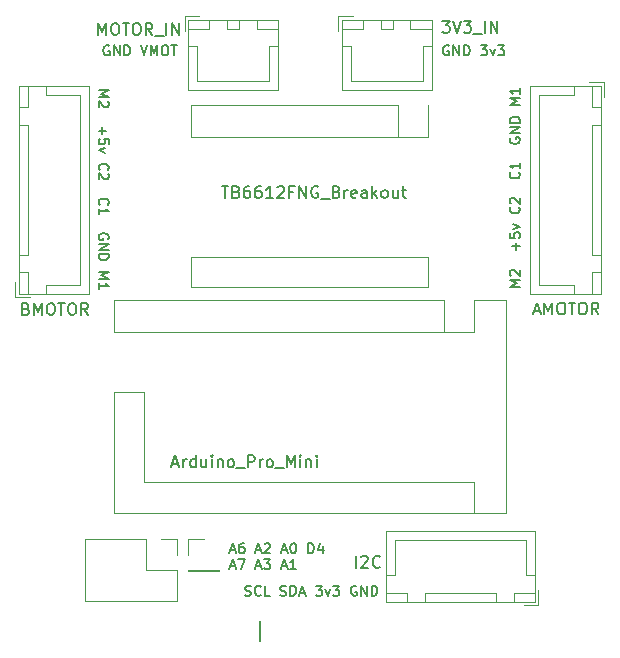
<source format=gbr>
%TF.GenerationSoftware,KiCad,Pcbnew,7.0.3*%
%TF.CreationDate,2023-08-28T19:15:28+05:00*%
%TF.ProjectId,MotorDriver3,4d6f746f-7244-4726-9976-6572332e6b69,rev?*%
%TF.SameCoordinates,Original*%
%TF.FileFunction,Legend,Top*%
%TF.FilePolarity,Positive*%
%FSLAX46Y46*%
G04 Gerber Fmt 4.6, Leading zero omitted, Abs format (unit mm)*
G04 Created by KiCad (PCBNEW 7.0.3) date 2023-08-28 19:15:28*
%MOMM*%
%LPD*%
G01*
G04 APERTURE LIST*
%ADD10C,0.150000*%
%ADD11C,0.120000*%
%ADD12C,0.100000*%
G04 APERTURE END LIST*
D10*
X127038177Y-87698935D02*
X126188177Y-87698935D01*
X126188177Y-87698935D02*
X126795320Y-87415601D01*
X126795320Y-87415601D02*
X126188177Y-87132268D01*
X126188177Y-87132268D02*
X127038177Y-87132268D01*
X126269129Y-86767982D02*
X126228653Y-86727506D01*
X126228653Y-86727506D02*
X126188177Y-86646553D01*
X126188177Y-86646553D02*
X126188177Y-86444172D01*
X126188177Y-86444172D02*
X126228653Y-86363220D01*
X126228653Y-86363220D02*
X126269129Y-86322744D01*
X126269129Y-86322744D02*
X126350081Y-86282267D01*
X126350081Y-86282267D02*
X126431034Y-86282267D01*
X126431034Y-86282267D02*
X126552462Y-86322744D01*
X126552462Y-86322744D02*
X127038177Y-86808458D01*
X127038177Y-86808458D02*
X127038177Y-86282267D01*
X126714367Y-84622744D02*
X126714367Y-83975125D01*
X127038177Y-84298934D02*
X126390558Y-84298934D01*
X126188177Y-83165601D02*
X126188177Y-83570363D01*
X126188177Y-83570363D02*
X126592939Y-83610839D01*
X126592939Y-83610839D02*
X126552462Y-83570363D01*
X126552462Y-83570363D02*
X126511986Y-83489410D01*
X126511986Y-83489410D02*
X126511986Y-83287029D01*
X126511986Y-83287029D02*
X126552462Y-83206077D01*
X126552462Y-83206077D02*
X126592939Y-83165601D01*
X126592939Y-83165601D02*
X126673891Y-83125124D01*
X126673891Y-83125124D02*
X126876272Y-83125124D01*
X126876272Y-83125124D02*
X126957224Y-83165601D01*
X126957224Y-83165601D02*
X126997701Y-83206077D01*
X126997701Y-83206077D02*
X127038177Y-83287029D01*
X127038177Y-83287029D02*
X127038177Y-83489410D01*
X127038177Y-83489410D02*
X126997701Y-83570363D01*
X126997701Y-83570363D02*
X126957224Y-83610839D01*
X126471510Y-82841791D02*
X127038177Y-82639410D01*
X127038177Y-82639410D02*
X126471510Y-82437029D01*
X126957224Y-80979886D02*
X126997701Y-81020362D01*
X126997701Y-81020362D02*
X127038177Y-81141791D01*
X127038177Y-81141791D02*
X127038177Y-81222743D01*
X127038177Y-81222743D02*
X126997701Y-81344172D01*
X126997701Y-81344172D02*
X126916748Y-81425124D01*
X126916748Y-81425124D02*
X126835796Y-81465601D01*
X126835796Y-81465601D02*
X126673891Y-81506077D01*
X126673891Y-81506077D02*
X126552462Y-81506077D01*
X126552462Y-81506077D02*
X126390558Y-81465601D01*
X126390558Y-81465601D02*
X126309605Y-81425124D01*
X126309605Y-81425124D02*
X126228653Y-81344172D01*
X126228653Y-81344172D02*
X126188177Y-81222743D01*
X126188177Y-81222743D02*
X126188177Y-81141791D01*
X126188177Y-81141791D02*
X126228653Y-81020362D01*
X126228653Y-81020362D02*
X126269129Y-80979886D01*
X126269129Y-80656077D02*
X126228653Y-80615601D01*
X126228653Y-80615601D02*
X126188177Y-80534648D01*
X126188177Y-80534648D02*
X126188177Y-80332267D01*
X126188177Y-80332267D02*
X126228653Y-80251315D01*
X126228653Y-80251315D02*
X126269129Y-80210839D01*
X126269129Y-80210839D02*
X126350081Y-80170362D01*
X126350081Y-80170362D02*
X126431034Y-80170362D01*
X126431034Y-80170362D02*
X126552462Y-80210839D01*
X126552462Y-80210839D02*
X127038177Y-80696553D01*
X127038177Y-80696553D02*
X127038177Y-80170362D01*
X126957224Y-78025124D02*
X126997701Y-78065600D01*
X126997701Y-78065600D02*
X127038177Y-78187029D01*
X127038177Y-78187029D02*
X127038177Y-78267981D01*
X127038177Y-78267981D02*
X126997701Y-78389410D01*
X126997701Y-78389410D02*
X126916748Y-78470362D01*
X126916748Y-78470362D02*
X126835796Y-78510839D01*
X126835796Y-78510839D02*
X126673891Y-78551315D01*
X126673891Y-78551315D02*
X126552462Y-78551315D01*
X126552462Y-78551315D02*
X126390558Y-78510839D01*
X126390558Y-78510839D02*
X126309605Y-78470362D01*
X126309605Y-78470362D02*
X126228653Y-78389410D01*
X126228653Y-78389410D02*
X126188177Y-78267981D01*
X126188177Y-78267981D02*
X126188177Y-78187029D01*
X126188177Y-78187029D02*
X126228653Y-78065600D01*
X126228653Y-78065600D02*
X126269129Y-78025124D01*
X127038177Y-77215600D02*
X127038177Y-77701315D01*
X127038177Y-77458458D02*
X126188177Y-77458458D01*
X126188177Y-77458458D02*
X126309605Y-77539410D01*
X126309605Y-77539410D02*
X126390558Y-77620362D01*
X126390558Y-77620362D02*
X126431034Y-77701315D01*
X126228653Y-75110838D02*
X126188177Y-75191791D01*
X126188177Y-75191791D02*
X126188177Y-75313219D01*
X126188177Y-75313219D02*
X126228653Y-75434648D01*
X126228653Y-75434648D02*
X126309605Y-75515600D01*
X126309605Y-75515600D02*
X126390558Y-75556077D01*
X126390558Y-75556077D02*
X126552462Y-75596553D01*
X126552462Y-75596553D02*
X126673891Y-75596553D01*
X126673891Y-75596553D02*
X126835796Y-75556077D01*
X126835796Y-75556077D02*
X126916748Y-75515600D01*
X126916748Y-75515600D02*
X126997701Y-75434648D01*
X126997701Y-75434648D02*
X127038177Y-75313219D01*
X127038177Y-75313219D02*
X127038177Y-75232267D01*
X127038177Y-75232267D02*
X126997701Y-75110838D01*
X126997701Y-75110838D02*
X126957224Y-75070362D01*
X126957224Y-75070362D02*
X126673891Y-75070362D01*
X126673891Y-75070362D02*
X126673891Y-75232267D01*
X127038177Y-74706077D02*
X126188177Y-74706077D01*
X126188177Y-74706077D02*
X127038177Y-74220362D01*
X127038177Y-74220362D02*
X126188177Y-74220362D01*
X127038177Y-73815601D02*
X126188177Y-73815601D01*
X126188177Y-73815601D02*
X126188177Y-73613220D01*
X126188177Y-73613220D02*
X126228653Y-73491791D01*
X126228653Y-73491791D02*
X126309605Y-73410839D01*
X126309605Y-73410839D02*
X126390558Y-73370362D01*
X126390558Y-73370362D02*
X126552462Y-73329886D01*
X126552462Y-73329886D02*
X126673891Y-73329886D01*
X126673891Y-73329886D02*
X126835796Y-73370362D01*
X126835796Y-73370362D02*
X126916748Y-73410839D01*
X126916748Y-73410839D02*
X126997701Y-73491791D01*
X126997701Y-73491791D02*
X127038177Y-73613220D01*
X127038177Y-73613220D02*
X127038177Y-73815601D01*
X127038177Y-72317982D02*
X126188177Y-72317982D01*
X126188177Y-72317982D02*
X126795320Y-72034648D01*
X126795320Y-72034648D02*
X126188177Y-71751315D01*
X126188177Y-71751315D02*
X127038177Y-71751315D01*
X127038177Y-70901314D02*
X127038177Y-71387029D01*
X127038177Y-71144172D02*
X126188177Y-71144172D01*
X126188177Y-71144172D02*
X126309605Y-71225124D01*
X126309605Y-71225124D02*
X126390558Y-71306076D01*
X126390558Y-71306076D02*
X126431034Y-71387029D01*
X105000000Y-116050000D02*
X105000000Y-117750000D01*
X120996303Y-67328653D02*
X120915350Y-67288177D01*
X120915350Y-67288177D02*
X120793922Y-67288177D01*
X120793922Y-67288177D02*
X120672493Y-67328653D01*
X120672493Y-67328653D02*
X120591541Y-67409605D01*
X120591541Y-67409605D02*
X120551064Y-67490558D01*
X120551064Y-67490558D02*
X120510588Y-67652462D01*
X120510588Y-67652462D02*
X120510588Y-67773891D01*
X120510588Y-67773891D02*
X120551064Y-67935796D01*
X120551064Y-67935796D02*
X120591541Y-68016748D01*
X120591541Y-68016748D02*
X120672493Y-68097701D01*
X120672493Y-68097701D02*
X120793922Y-68138177D01*
X120793922Y-68138177D02*
X120874874Y-68138177D01*
X120874874Y-68138177D02*
X120996303Y-68097701D01*
X120996303Y-68097701D02*
X121036779Y-68057224D01*
X121036779Y-68057224D02*
X121036779Y-67773891D01*
X121036779Y-67773891D02*
X120874874Y-67773891D01*
X121401064Y-68138177D02*
X121401064Y-67288177D01*
X121401064Y-67288177D02*
X121886779Y-68138177D01*
X121886779Y-68138177D02*
X121886779Y-67288177D01*
X122291540Y-68138177D02*
X122291540Y-67288177D01*
X122291540Y-67288177D02*
X122493921Y-67288177D01*
X122493921Y-67288177D02*
X122615350Y-67328653D01*
X122615350Y-67328653D02*
X122696302Y-67409605D01*
X122696302Y-67409605D02*
X122736779Y-67490558D01*
X122736779Y-67490558D02*
X122777255Y-67652462D01*
X122777255Y-67652462D02*
X122777255Y-67773891D01*
X122777255Y-67773891D02*
X122736779Y-67935796D01*
X122736779Y-67935796D02*
X122696302Y-68016748D01*
X122696302Y-68016748D02*
X122615350Y-68097701D01*
X122615350Y-68097701D02*
X122493921Y-68138177D01*
X122493921Y-68138177D02*
X122291540Y-68138177D01*
X123708207Y-67288177D02*
X124234398Y-67288177D01*
X124234398Y-67288177D02*
X123951064Y-67611986D01*
X123951064Y-67611986D02*
X124072493Y-67611986D01*
X124072493Y-67611986D02*
X124153445Y-67652462D01*
X124153445Y-67652462D02*
X124193921Y-67692939D01*
X124193921Y-67692939D02*
X124234398Y-67773891D01*
X124234398Y-67773891D02*
X124234398Y-67976272D01*
X124234398Y-67976272D02*
X124193921Y-68057224D01*
X124193921Y-68057224D02*
X124153445Y-68097701D01*
X124153445Y-68097701D02*
X124072493Y-68138177D01*
X124072493Y-68138177D02*
X123829636Y-68138177D01*
X123829636Y-68138177D02*
X123748683Y-68097701D01*
X123748683Y-68097701D02*
X123708207Y-68057224D01*
X124517731Y-67571510D02*
X124720112Y-68138177D01*
X124720112Y-68138177D02*
X124922493Y-67571510D01*
X125165350Y-67288177D02*
X125691541Y-67288177D01*
X125691541Y-67288177D02*
X125408207Y-67611986D01*
X125408207Y-67611986D02*
X125529636Y-67611986D01*
X125529636Y-67611986D02*
X125610588Y-67652462D01*
X125610588Y-67652462D02*
X125651064Y-67692939D01*
X125651064Y-67692939D02*
X125691541Y-67773891D01*
X125691541Y-67773891D02*
X125691541Y-67976272D01*
X125691541Y-67976272D02*
X125651064Y-68057224D01*
X125651064Y-68057224D02*
X125610588Y-68097701D01*
X125610588Y-68097701D02*
X125529636Y-68138177D01*
X125529636Y-68138177D02*
X125286779Y-68138177D01*
X125286779Y-68138177D02*
X125205826Y-68097701D01*
X125205826Y-68097701D02*
X125165350Y-68057224D01*
X102510588Y-110026820D02*
X102915350Y-110026820D01*
X102429636Y-110269677D02*
X102712969Y-109419677D01*
X102712969Y-109419677D02*
X102996303Y-110269677D01*
X103643921Y-109419677D02*
X103482016Y-109419677D01*
X103482016Y-109419677D02*
X103401064Y-109460153D01*
X103401064Y-109460153D02*
X103360588Y-109500629D01*
X103360588Y-109500629D02*
X103279635Y-109622058D01*
X103279635Y-109622058D02*
X103239159Y-109783962D01*
X103239159Y-109783962D02*
X103239159Y-110107772D01*
X103239159Y-110107772D02*
X103279635Y-110188724D01*
X103279635Y-110188724D02*
X103320112Y-110229201D01*
X103320112Y-110229201D02*
X103401064Y-110269677D01*
X103401064Y-110269677D02*
X103562969Y-110269677D01*
X103562969Y-110269677D02*
X103643921Y-110229201D01*
X103643921Y-110229201D02*
X103684397Y-110188724D01*
X103684397Y-110188724D02*
X103724874Y-110107772D01*
X103724874Y-110107772D02*
X103724874Y-109905391D01*
X103724874Y-109905391D02*
X103684397Y-109824439D01*
X103684397Y-109824439D02*
X103643921Y-109783962D01*
X103643921Y-109783962D02*
X103562969Y-109743486D01*
X103562969Y-109743486D02*
X103401064Y-109743486D01*
X103401064Y-109743486D02*
X103320112Y-109783962D01*
X103320112Y-109783962D02*
X103279635Y-109824439D01*
X103279635Y-109824439D02*
X103239159Y-109905391D01*
X104696302Y-110026820D02*
X105101064Y-110026820D01*
X104615350Y-110269677D02*
X104898683Y-109419677D01*
X104898683Y-109419677D02*
X105182017Y-110269677D01*
X105424873Y-109500629D02*
X105465349Y-109460153D01*
X105465349Y-109460153D02*
X105546302Y-109419677D01*
X105546302Y-109419677D02*
X105748683Y-109419677D01*
X105748683Y-109419677D02*
X105829635Y-109460153D01*
X105829635Y-109460153D02*
X105870111Y-109500629D01*
X105870111Y-109500629D02*
X105910588Y-109581581D01*
X105910588Y-109581581D02*
X105910588Y-109662534D01*
X105910588Y-109662534D02*
X105870111Y-109783962D01*
X105870111Y-109783962D02*
X105384397Y-110269677D01*
X105384397Y-110269677D02*
X105910588Y-110269677D01*
X106882016Y-110026820D02*
X107286778Y-110026820D01*
X106801064Y-110269677D02*
X107084397Y-109419677D01*
X107084397Y-109419677D02*
X107367731Y-110269677D01*
X107812968Y-109419677D02*
X107893921Y-109419677D01*
X107893921Y-109419677D02*
X107974873Y-109460153D01*
X107974873Y-109460153D02*
X108015349Y-109500629D01*
X108015349Y-109500629D02*
X108055825Y-109581581D01*
X108055825Y-109581581D02*
X108096302Y-109743486D01*
X108096302Y-109743486D02*
X108096302Y-109945867D01*
X108096302Y-109945867D02*
X108055825Y-110107772D01*
X108055825Y-110107772D02*
X108015349Y-110188724D01*
X108015349Y-110188724D02*
X107974873Y-110229201D01*
X107974873Y-110229201D02*
X107893921Y-110269677D01*
X107893921Y-110269677D02*
X107812968Y-110269677D01*
X107812968Y-110269677D02*
X107732016Y-110229201D01*
X107732016Y-110229201D02*
X107691540Y-110188724D01*
X107691540Y-110188724D02*
X107651063Y-110107772D01*
X107651063Y-110107772D02*
X107610587Y-109945867D01*
X107610587Y-109945867D02*
X107610587Y-109743486D01*
X107610587Y-109743486D02*
X107651063Y-109581581D01*
X107651063Y-109581581D02*
X107691540Y-109500629D01*
X107691540Y-109500629D02*
X107732016Y-109460153D01*
X107732016Y-109460153D02*
X107812968Y-109419677D01*
X109108206Y-110269677D02*
X109108206Y-109419677D01*
X109108206Y-109419677D02*
X109310587Y-109419677D01*
X109310587Y-109419677D02*
X109432016Y-109460153D01*
X109432016Y-109460153D02*
X109512968Y-109541105D01*
X109512968Y-109541105D02*
X109553445Y-109622058D01*
X109553445Y-109622058D02*
X109593921Y-109783962D01*
X109593921Y-109783962D02*
X109593921Y-109905391D01*
X109593921Y-109905391D02*
X109553445Y-110067296D01*
X109553445Y-110067296D02*
X109512968Y-110148248D01*
X109512968Y-110148248D02*
X109432016Y-110229201D01*
X109432016Y-110229201D02*
X109310587Y-110269677D01*
X109310587Y-110269677D02*
X109108206Y-110269677D01*
X110322492Y-109703010D02*
X110322492Y-110269677D01*
X110120111Y-109379201D02*
X109917730Y-109986343D01*
X109917730Y-109986343D02*
X110443921Y-109986343D01*
X102510588Y-111395320D02*
X102915350Y-111395320D01*
X102429636Y-111638177D02*
X102712969Y-110788177D01*
X102712969Y-110788177D02*
X102996303Y-111638177D01*
X103198683Y-110788177D02*
X103765350Y-110788177D01*
X103765350Y-110788177D02*
X103401064Y-111638177D01*
X104696302Y-111395320D02*
X105101064Y-111395320D01*
X104615350Y-111638177D02*
X104898683Y-110788177D01*
X104898683Y-110788177D02*
X105182017Y-111638177D01*
X105384397Y-110788177D02*
X105910588Y-110788177D01*
X105910588Y-110788177D02*
X105627254Y-111111986D01*
X105627254Y-111111986D02*
X105748683Y-111111986D01*
X105748683Y-111111986D02*
X105829635Y-111152462D01*
X105829635Y-111152462D02*
X105870111Y-111192939D01*
X105870111Y-111192939D02*
X105910588Y-111273891D01*
X105910588Y-111273891D02*
X105910588Y-111476272D01*
X105910588Y-111476272D02*
X105870111Y-111557224D01*
X105870111Y-111557224D02*
X105829635Y-111597701D01*
X105829635Y-111597701D02*
X105748683Y-111638177D01*
X105748683Y-111638177D02*
X105505826Y-111638177D01*
X105505826Y-111638177D02*
X105424873Y-111597701D01*
X105424873Y-111597701D02*
X105384397Y-111557224D01*
X106882016Y-111395320D02*
X107286778Y-111395320D01*
X106801064Y-111638177D02*
X107084397Y-110788177D01*
X107084397Y-110788177D02*
X107367731Y-111638177D01*
X108096302Y-111638177D02*
X107610587Y-111638177D01*
X107853444Y-111638177D02*
X107853444Y-110788177D01*
X107853444Y-110788177D02*
X107772492Y-110909605D01*
X107772492Y-110909605D02*
X107691540Y-110990558D01*
X107691540Y-110990558D02*
X107610587Y-111031034D01*
X92246303Y-67328653D02*
X92165350Y-67288177D01*
X92165350Y-67288177D02*
X92043922Y-67288177D01*
X92043922Y-67288177D02*
X91922493Y-67328653D01*
X91922493Y-67328653D02*
X91841541Y-67409605D01*
X91841541Y-67409605D02*
X91801064Y-67490558D01*
X91801064Y-67490558D02*
X91760588Y-67652462D01*
X91760588Y-67652462D02*
X91760588Y-67773891D01*
X91760588Y-67773891D02*
X91801064Y-67935796D01*
X91801064Y-67935796D02*
X91841541Y-68016748D01*
X91841541Y-68016748D02*
X91922493Y-68097701D01*
X91922493Y-68097701D02*
X92043922Y-68138177D01*
X92043922Y-68138177D02*
X92124874Y-68138177D01*
X92124874Y-68138177D02*
X92246303Y-68097701D01*
X92246303Y-68097701D02*
X92286779Y-68057224D01*
X92286779Y-68057224D02*
X92286779Y-67773891D01*
X92286779Y-67773891D02*
X92124874Y-67773891D01*
X92651064Y-68138177D02*
X92651064Y-67288177D01*
X92651064Y-67288177D02*
X93136779Y-68138177D01*
X93136779Y-68138177D02*
X93136779Y-67288177D01*
X93541540Y-68138177D02*
X93541540Y-67288177D01*
X93541540Y-67288177D02*
X93743921Y-67288177D01*
X93743921Y-67288177D02*
X93865350Y-67328653D01*
X93865350Y-67328653D02*
X93946302Y-67409605D01*
X93946302Y-67409605D02*
X93986779Y-67490558D01*
X93986779Y-67490558D02*
X94027255Y-67652462D01*
X94027255Y-67652462D02*
X94027255Y-67773891D01*
X94027255Y-67773891D02*
X93986779Y-67935796D01*
X93986779Y-67935796D02*
X93946302Y-68016748D01*
X93946302Y-68016748D02*
X93865350Y-68097701D01*
X93865350Y-68097701D02*
X93743921Y-68138177D01*
X93743921Y-68138177D02*
X93541540Y-68138177D01*
X94917731Y-67288177D02*
X95201064Y-68138177D01*
X95201064Y-68138177D02*
X95484398Y-67288177D01*
X95767730Y-68138177D02*
X95767730Y-67288177D01*
X95767730Y-67288177D02*
X96051064Y-67895320D01*
X96051064Y-67895320D02*
X96334397Y-67288177D01*
X96334397Y-67288177D02*
X96334397Y-68138177D01*
X96901064Y-67288177D02*
X97062969Y-67288177D01*
X97062969Y-67288177D02*
X97143921Y-67328653D01*
X97143921Y-67328653D02*
X97224874Y-67409605D01*
X97224874Y-67409605D02*
X97265350Y-67571510D01*
X97265350Y-67571510D02*
X97265350Y-67854843D01*
X97265350Y-67854843D02*
X97224874Y-68016748D01*
X97224874Y-68016748D02*
X97143921Y-68097701D01*
X97143921Y-68097701D02*
X97062969Y-68138177D01*
X97062969Y-68138177D02*
X96901064Y-68138177D01*
X96901064Y-68138177D02*
X96820112Y-68097701D01*
X96820112Y-68097701D02*
X96739159Y-68016748D01*
X96739159Y-68016748D02*
X96698683Y-67854843D01*
X96698683Y-67854843D02*
X96698683Y-67571510D01*
X96698683Y-67571510D02*
X96739159Y-67409605D01*
X96739159Y-67409605D02*
X96820112Y-67328653D01*
X96820112Y-67328653D02*
X96901064Y-67288177D01*
X97508207Y-67288177D02*
X97993921Y-67288177D01*
X97751064Y-68138177D02*
X97751064Y-67288177D01*
X103760588Y-113847701D02*
X103882017Y-113888177D01*
X103882017Y-113888177D02*
X104084398Y-113888177D01*
X104084398Y-113888177D02*
X104165350Y-113847701D01*
X104165350Y-113847701D02*
X104205826Y-113807224D01*
X104205826Y-113807224D02*
X104246303Y-113726272D01*
X104246303Y-113726272D02*
X104246303Y-113645320D01*
X104246303Y-113645320D02*
X104205826Y-113564367D01*
X104205826Y-113564367D02*
X104165350Y-113523891D01*
X104165350Y-113523891D02*
X104084398Y-113483415D01*
X104084398Y-113483415D02*
X103922493Y-113442939D01*
X103922493Y-113442939D02*
X103841541Y-113402462D01*
X103841541Y-113402462D02*
X103801064Y-113361986D01*
X103801064Y-113361986D02*
X103760588Y-113281034D01*
X103760588Y-113281034D02*
X103760588Y-113200081D01*
X103760588Y-113200081D02*
X103801064Y-113119129D01*
X103801064Y-113119129D02*
X103841541Y-113078653D01*
X103841541Y-113078653D02*
X103922493Y-113038177D01*
X103922493Y-113038177D02*
X104124874Y-113038177D01*
X104124874Y-113038177D02*
X104246303Y-113078653D01*
X105096303Y-113807224D02*
X105055827Y-113847701D01*
X105055827Y-113847701D02*
X104934398Y-113888177D01*
X104934398Y-113888177D02*
X104853446Y-113888177D01*
X104853446Y-113888177D02*
X104732017Y-113847701D01*
X104732017Y-113847701D02*
X104651065Y-113766748D01*
X104651065Y-113766748D02*
X104610588Y-113685796D01*
X104610588Y-113685796D02*
X104570112Y-113523891D01*
X104570112Y-113523891D02*
X104570112Y-113402462D01*
X104570112Y-113402462D02*
X104610588Y-113240558D01*
X104610588Y-113240558D02*
X104651065Y-113159605D01*
X104651065Y-113159605D02*
X104732017Y-113078653D01*
X104732017Y-113078653D02*
X104853446Y-113038177D01*
X104853446Y-113038177D02*
X104934398Y-113038177D01*
X104934398Y-113038177D02*
X105055827Y-113078653D01*
X105055827Y-113078653D02*
X105096303Y-113119129D01*
X105865350Y-113888177D02*
X105460588Y-113888177D01*
X105460588Y-113888177D02*
X105460588Y-113038177D01*
X106755826Y-113847701D02*
X106877255Y-113888177D01*
X106877255Y-113888177D02*
X107079636Y-113888177D01*
X107079636Y-113888177D02*
X107160588Y-113847701D01*
X107160588Y-113847701D02*
X107201064Y-113807224D01*
X107201064Y-113807224D02*
X107241541Y-113726272D01*
X107241541Y-113726272D02*
X107241541Y-113645320D01*
X107241541Y-113645320D02*
X107201064Y-113564367D01*
X107201064Y-113564367D02*
X107160588Y-113523891D01*
X107160588Y-113523891D02*
X107079636Y-113483415D01*
X107079636Y-113483415D02*
X106917731Y-113442939D01*
X106917731Y-113442939D02*
X106836779Y-113402462D01*
X106836779Y-113402462D02*
X106796302Y-113361986D01*
X106796302Y-113361986D02*
X106755826Y-113281034D01*
X106755826Y-113281034D02*
X106755826Y-113200081D01*
X106755826Y-113200081D02*
X106796302Y-113119129D01*
X106796302Y-113119129D02*
X106836779Y-113078653D01*
X106836779Y-113078653D02*
X106917731Y-113038177D01*
X106917731Y-113038177D02*
X107120112Y-113038177D01*
X107120112Y-113038177D02*
X107241541Y-113078653D01*
X107605826Y-113888177D02*
X107605826Y-113038177D01*
X107605826Y-113038177D02*
X107808207Y-113038177D01*
X107808207Y-113038177D02*
X107929636Y-113078653D01*
X107929636Y-113078653D02*
X108010588Y-113159605D01*
X108010588Y-113159605D02*
X108051065Y-113240558D01*
X108051065Y-113240558D02*
X108091541Y-113402462D01*
X108091541Y-113402462D02*
X108091541Y-113523891D01*
X108091541Y-113523891D02*
X108051065Y-113685796D01*
X108051065Y-113685796D02*
X108010588Y-113766748D01*
X108010588Y-113766748D02*
X107929636Y-113847701D01*
X107929636Y-113847701D02*
X107808207Y-113888177D01*
X107808207Y-113888177D02*
X107605826Y-113888177D01*
X108415350Y-113645320D02*
X108820112Y-113645320D01*
X108334398Y-113888177D02*
X108617731Y-113038177D01*
X108617731Y-113038177D02*
X108901065Y-113888177D01*
X109751064Y-113038177D02*
X110277255Y-113038177D01*
X110277255Y-113038177D02*
X109993921Y-113361986D01*
X109993921Y-113361986D02*
X110115350Y-113361986D01*
X110115350Y-113361986D02*
X110196302Y-113402462D01*
X110196302Y-113402462D02*
X110236778Y-113442939D01*
X110236778Y-113442939D02*
X110277255Y-113523891D01*
X110277255Y-113523891D02*
X110277255Y-113726272D01*
X110277255Y-113726272D02*
X110236778Y-113807224D01*
X110236778Y-113807224D02*
X110196302Y-113847701D01*
X110196302Y-113847701D02*
X110115350Y-113888177D01*
X110115350Y-113888177D02*
X109872493Y-113888177D01*
X109872493Y-113888177D02*
X109791540Y-113847701D01*
X109791540Y-113847701D02*
X109751064Y-113807224D01*
X110560588Y-113321510D02*
X110762969Y-113888177D01*
X110762969Y-113888177D02*
X110965350Y-113321510D01*
X111208207Y-113038177D02*
X111734398Y-113038177D01*
X111734398Y-113038177D02*
X111451064Y-113361986D01*
X111451064Y-113361986D02*
X111572493Y-113361986D01*
X111572493Y-113361986D02*
X111653445Y-113402462D01*
X111653445Y-113402462D02*
X111693921Y-113442939D01*
X111693921Y-113442939D02*
X111734398Y-113523891D01*
X111734398Y-113523891D02*
X111734398Y-113726272D01*
X111734398Y-113726272D02*
X111693921Y-113807224D01*
X111693921Y-113807224D02*
X111653445Y-113847701D01*
X111653445Y-113847701D02*
X111572493Y-113888177D01*
X111572493Y-113888177D02*
X111329636Y-113888177D01*
X111329636Y-113888177D02*
X111248683Y-113847701D01*
X111248683Y-113847701D02*
X111208207Y-113807224D01*
X113191541Y-113078653D02*
X113110588Y-113038177D01*
X113110588Y-113038177D02*
X112989160Y-113038177D01*
X112989160Y-113038177D02*
X112867731Y-113078653D01*
X112867731Y-113078653D02*
X112786779Y-113159605D01*
X112786779Y-113159605D02*
X112746302Y-113240558D01*
X112746302Y-113240558D02*
X112705826Y-113402462D01*
X112705826Y-113402462D02*
X112705826Y-113523891D01*
X112705826Y-113523891D02*
X112746302Y-113685796D01*
X112746302Y-113685796D02*
X112786779Y-113766748D01*
X112786779Y-113766748D02*
X112867731Y-113847701D01*
X112867731Y-113847701D02*
X112989160Y-113888177D01*
X112989160Y-113888177D02*
X113070112Y-113888177D01*
X113070112Y-113888177D02*
X113191541Y-113847701D01*
X113191541Y-113847701D02*
X113232017Y-113807224D01*
X113232017Y-113807224D02*
X113232017Y-113523891D01*
X113232017Y-113523891D02*
X113070112Y-113523891D01*
X113596302Y-113888177D02*
X113596302Y-113038177D01*
X113596302Y-113038177D02*
X114082017Y-113888177D01*
X114082017Y-113888177D02*
X114082017Y-113038177D01*
X114486778Y-113888177D02*
X114486778Y-113038177D01*
X114486778Y-113038177D02*
X114689159Y-113038177D01*
X114689159Y-113038177D02*
X114810588Y-113078653D01*
X114810588Y-113078653D02*
X114891540Y-113159605D01*
X114891540Y-113159605D02*
X114932017Y-113240558D01*
X114932017Y-113240558D02*
X114972493Y-113402462D01*
X114972493Y-113402462D02*
X114972493Y-113523891D01*
X114972493Y-113523891D02*
X114932017Y-113685796D01*
X114932017Y-113685796D02*
X114891540Y-113766748D01*
X114891540Y-113766748D02*
X114810588Y-113847701D01*
X114810588Y-113847701D02*
X114689159Y-113888177D01*
X114689159Y-113888177D02*
X114486778Y-113888177D01*
X91361822Y-71101064D02*
X92211822Y-71101064D01*
X92211822Y-71101064D02*
X91604679Y-71384398D01*
X91604679Y-71384398D02*
X92211822Y-71667731D01*
X92211822Y-71667731D02*
X91361822Y-71667731D01*
X92130870Y-72032017D02*
X92171346Y-72072493D01*
X92171346Y-72072493D02*
X92211822Y-72153446D01*
X92211822Y-72153446D02*
X92211822Y-72355827D01*
X92211822Y-72355827D02*
X92171346Y-72436779D01*
X92171346Y-72436779D02*
X92130870Y-72477255D01*
X92130870Y-72477255D02*
X92049918Y-72517732D01*
X92049918Y-72517732D02*
X91968965Y-72517732D01*
X91968965Y-72517732D02*
X91847537Y-72477255D01*
X91847537Y-72477255D02*
X91361822Y-71991541D01*
X91361822Y-71991541D02*
X91361822Y-72517732D01*
X91685632Y-74177255D02*
X91685632Y-74824875D01*
X91361822Y-74501065D02*
X92009441Y-74501065D01*
X92211822Y-75634398D02*
X92211822Y-75229636D01*
X92211822Y-75229636D02*
X91807060Y-75189160D01*
X91807060Y-75189160D02*
X91847537Y-75229636D01*
X91847537Y-75229636D02*
X91888013Y-75310589D01*
X91888013Y-75310589D02*
X91888013Y-75512970D01*
X91888013Y-75512970D02*
X91847537Y-75593922D01*
X91847537Y-75593922D02*
X91807060Y-75634398D01*
X91807060Y-75634398D02*
X91726108Y-75674875D01*
X91726108Y-75674875D02*
X91523727Y-75674875D01*
X91523727Y-75674875D02*
X91442775Y-75634398D01*
X91442775Y-75634398D02*
X91402299Y-75593922D01*
X91402299Y-75593922D02*
X91361822Y-75512970D01*
X91361822Y-75512970D02*
X91361822Y-75310589D01*
X91361822Y-75310589D02*
X91402299Y-75229636D01*
X91402299Y-75229636D02*
X91442775Y-75189160D01*
X91928489Y-75958208D02*
X91361822Y-76160589D01*
X91361822Y-76160589D02*
X91928489Y-76362970D01*
X91442775Y-77820113D02*
X91402299Y-77779637D01*
X91402299Y-77779637D02*
X91361822Y-77658208D01*
X91361822Y-77658208D02*
X91361822Y-77577256D01*
X91361822Y-77577256D02*
X91402299Y-77455827D01*
X91402299Y-77455827D02*
X91483251Y-77374875D01*
X91483251Y-77374875D02*
X91564203Y-77334398D01*
X91564203Y-77334398D02*
X91726108Y-77293922D01*
X91726108Y-77293922D02*
X91847537Y-77293922D01*
X91847537Y-77293922D02*
X92009441Y-77334398D01*
X92009441Y-77334398D02*
X92090394Y-77374875D01*
X92090394Y-77374875D02*
X92171346Y-77455827D01*
X92171346Y-77455827D02*
X92211822Y-77577256D01*
X92211822Y-77577256D02*
X92211822Y-77658208D01*
X92211822Y-77658208D02*
X92171346Y-77779637D01*
X92171346Y-77779637D02*
X92130870Y-77820113D01*
X92130870Y-78143922D02*
X92171346Y-78184398D01*
X92171346Y-78184398D02*
X92211822Y-78265351D01*
X92211822Y-78265351D02*
X92211822Y-78467732D01*
X92211822Y-78467732D02*
X92171346Y-78548684D01*
X92171346Y-78548684D02*
X92130870Y-78589160D01*
X92130870Y-78589160D02*
X92049918Y-78629637D01*
X92049918Y-78629637D02*
X91968965Y-78629637D01*
X91968965Y-78629637D02*
X91847537Y-78589160D01*
X91847537Y-78589160D02*
X91361822Y-78103446D01*
X91361822Y-78103446D02*
X91361822Y-78629637D01*
X91442775Y-80774875D02*
X91402299Y-80734399D01*
X91402299Y-80734399D02*
X91361822Y-80612970D01*
X91361822Y-80612970D02*
X91361822Y-80532018D01*
X91361822Y-80532018D02*
X91402299Y-80410589D01*
X91402299Y-80410589D02*
X91483251Y-80329637D01*
X91483251Y-80329637D02*
X91564203Y-80289160D01*
X91564203Y-80289160D02*
X91726108Y-80248684D01*
X91726108Y-80248684D02*
X91847537Y-80248684D01*
X91847537Y-80248684D02*
X92009441Y-80289160D01*
X92009441Y-80289160D02*
X92090394Y-80329637D01*
X92090394Y-80329637D02*
X92171346Y-80410589D01*
X92171346Y-80410589D02*
X92211822Y-80532018D01*
X92211822Y-80532018D02*
X92211822Y-80612970D01*
X92211822Y-80612970D02*
X92171346Y-80734399D01*
X92171346Y-80734399D02*
X92130870Y-80774875D01*
X91361822Y-81584399D02*
X91361822Y-81098684D01*
X91361822Y-81341541D02*
X92211822Y-81341541D01*
X92211822Y-81341541D02*
X92090394Y-81260589D01*
X92090394Y-81260589D02*
X92009441Y-81179637D01*
X92009441Y-81179637D02*
X91968965Y-81098684D01*
X92171346Y-83689161D02*
X92211822Y-83608208D01*
X92211822Y-83608208D02*
X92211822Y-83486780D01*
X92211822Y-83486780D02*
X92171346Y-83365351D01*
X92171346Y-83365351D02*
X92090394Y-83284399D01*
X92090394Y-83284399D02*
X92009441Y-83243922D01*
X92009441Y-83243922D02*
X91847537Y-83203446D01*
X91847537Y-83203446D02*
X91726108Y-83203446D01*
X91726108Y-83203446D02*
X91564203Y-83243922D01*
X91564203Y-83243922D02*
X91483251Y-83284399D01*
X91483251Y-83284399D02*
X91402299Y-83365351D01*
X91402299Y-83365351D02*
X91361822Y-83486780D01*
X91361822Y-83486780D02*
X91361822Y-83567732D01*
X91361822Y-83567732D02*
X91402299Y-83689161D01*
X91402299Y-83689161D02*
X91442775Y-83729637D01*
X91442775Y-83729637D02*
X91726108Y-83729637D01*
X91726108Y-83729637D02*
X91726108Y-83567732D01*
X91361822Y-84093922D02*
X92211822Y-84093922D01*
X92211822Y-84093922D02*
X91361822Y-84579637D01*
X91361822Y-84579637D02*
X92211822Y-84579637D01*
X91361822Y-84984398D02*
X92211822Y-84984398D01*
X92211822Y-84984398D02*
X92211822Y-85186779D01*
X92211822Y-85186779D02*
X92171346Y-85308208D01*
X92171346Y-85308208D02*
X92090394Y-85389160D01*
X92090394Y-85389160D02*
X92009441Y-85429637D01*
X92009441Y-85429637D02*
X91847537Y-85470113D01*
X91847537Y-85470113D02*
X91726108Y-85470113D01*
X91726108Y-85470113D02*
X91564203Y-85429637D01*
X91564203Y-85429637D02*
X91483251Y-85389160D01*
X91483251Y-85389160D02*
X91402299Y-85308208D01*
X91402299Y-85308208D02*
X91361822Y-85186779D01*
X91361822Y-85186779D02*
X91361822Y-84984398D01*
X91361822Y-86482017D02*
X92211822Y-86482017D01*
X92211822Y-86482017D02*
X91604679Y-86765351D01*
X91604679Y-86765351D02*
X92211822Y-87048684D01*
X92211822Y-87048684D02*
X91361822Y-87048684D01*
X91361822Y-87898685D02*
X91361822Y-87412970D01*
X91361822Y-87655827D02*
X92211822Y-87655827D01*
X92211822Y-87655827D02*
X92090394Y-87574875D01*
X92090394Y-87574875D02*
X92009441Y-87493923D01*
X92009441Y-87493923D02*
X91968965Y-87412970D01*
%TO.C,A2*%
X97629636Y-102719104D02*
X98105826Y-102719104D01*
X97534398Y-103004819D02*
X97867731Y-102004819D01*
X97867731Y-102004819D02*
X98201064Y-103004819D01*
X98534398Y-103004819D02*
X98534398Y-102338152D01*
X98534398Y-102528628D02*
X98582017Y-102433390D01*
X98582017Y-102433390D02*
X98629636Y-102385771D01*
X98629636Y-102385771D02*
X98724874Y-102338152D01*
X98724874Y-102338152D02*
X98820112Y-102338152D01*
X99582017Y-103004819D02*
X99582017Y-102004819D01*
X99582017Y-102957200D02*
X99486779Y-103004819D01*
X99486779Y-103004819D02*
X99296303Y-103004819D01*
X99296303Y-103004819D02*
X99201065Y-102957200D01*
X99201065Y-102957200D02*
X99153446Y-102909580D01*
X99153446Y-102909580D02*
X99105827Y-102814342D01*
X99105827Y-102814342D02*
X99105827Y-102528628D01*
X99105827Y-102528628D02*
X99153446Y-102433390D01*
X99153446Y-102433390D02*
X99201065Y-102385771D01*
X99201065Y-102385771D02*
X99296303Y-102338152D01*
X99296303Y-102338152D02*
X99486779Y-102338152D01*
X99486779Y-102338152D02*
X99582017Y-102385771D01*
X100486779Y-102338152D02*
X100486779Y-103004819D01*
X100058208Y-102338152D02*
X100058208Y-102861961D01*
X100058208Y-102861961D02*
X100105827Y-102957200D01*
X100105827Y-102957200D02*
X100201065Y-103004819D01*
X100201065Y-103004819D02*
X100343922Y-103004819D01*
X100343922Y-103004819D02*
X100439160Y-102957200D01*
X100439160Y-102957200D02*
X100486779Y-102909580D01*
X100962970Y-103004819D02*
X100962970Y-102338152D01*
X100962970Y-102004819D02*
X100915351Y-102052438D01*
X100915351Y-102052438D02*
X100962970Y-102100057D01*
X100962970Y-102100057D02*
X101010589Y-102052438D01*
X101010589Y-102052438D02*
X100962970Y-102004819D01*
X100962970Y-102004819D02*
X100962970Y-102100057D01*
X101439160Y-102338152D02*
X101439160Y-103004819D01*
X101439160Y-102433390D02*
X101486779Y-102385771D01*
X101486779Y-102385771D02*
X101582017Y-102338152D01*
X101582017Y-102338152D02*
X101724874Y-102338152D01*
X101724874Y-102338152D02*
X101820112Y-102385771D01*
X101820112Y-102385771D02*
X101867731Y-102481009D01*
X101867731Y-102481009D02*
X101867731Y-103004819D01*
X102486779Y-103004819D02*
X102391541Y-102957200D01*
X102391541Y-102957200D02*
X102343922Y-102909580D01*
X102343922Y-102909580D02*
X102296303Y-102814342D01*
X102296303Y-102814342D02*
X102296303Y-102528628D01*
X102296303Y-102528628D02*
X102343922Y-102433390D01*
X102343922Y-102433390D02*
X102391541Y-102385771D01*
X102391541Y-102385771D02*
X102486779Y-102338152D01*
X102486779Y-102338152D02*
X102629636Y-102338152D01*
X102629636Y-102338152D02*
X102724874Y-102385771D01*
X102724874Y-102385771D02*
X102772493Y-102433390D01*
X102772493Y-102433390D02*
X102820112Y-102528628D01*
X102820112Y-102528628D02*
X102820112Y-102814342D01*
X102820112Y-102814342D02*
X102772493Y-102909580D01*
X102772493Y-102909580D02*
X102724874Y-102957200D01*
X102724874Y-102957200D02*
X102629636Y-103004819D01*
X102629636Y-103004819D02*
X102486779Y-103004819D01*
X103010589Y-103100057D02*
X103772493Y-103100057D01*
X104010589Y-103004819D02*
X104010589Y-102004819D01*
X104010589Y-102004819D02*
X104391541Y-102004819D01*
X104391541Y-102004819D02*
X104486779Y-102052438D01*
X104486779Y-102052438D02*
X104534398Y-102100057D01*
X104534398Y-102100057D02*
X104582017Y-102195295D01*
X104582017Y-102195295D02*
X104582017Y-102338152D01*
X104582017Y-102338152D02*
X104534398Y-102433390D01*
X104534398Y-102433390D02*
X104486779Y-102481009D01*
X104486779Y-102481009D02*
X104391541Y-102528628D01*
X104391541Y-102528628D02*
X104010589Y-102528628D01*
X105010589Y-103004819D02*
X105010589Y-102338152D01*
X105010589Y-102528628D02*
X105058208Y-102433390D01*
X105058208Y-102433390D02*
X105105827Y-102385771D01*
X105105827Y-102385771D02*
X105201065Y-102338152D01*
X105201065Y-102338152D02*
X105296303Y-102338152D01*
X105772494Y-103004819D02*
X105677256Y-102957200D01*
X105677256Y-102957200D02*
X105629637Y-102909580D01*
X105629637Y-102909580D02*
X105582018Y-102814342D01*
X105582018Y-102814342D02*
X105582018Y-102528628D01*
X105582018Y-102528628D02*
X105629637Y-102433390D01*
X105629637Y-102433390D02*
X105677256Y-102385771D01*
X105677256Y-102385771D02*
X105772494Y-102338152D01*
X105772494Y-102338152D02*
X105915351Y-102338152D01*
X105915351Y-102338152D02*
X106010589Y-102385771D01*
X106010589Y-102385771D02*
X106058208Y-102433390D01*
X106058208Y-102433390D02*
X106105827Y-102528628D01*
X106105827Y-102528628D02*
X106105827Y-102814342D01*
X106105827Y-102814342D02*
X106058208Y-102909580D01*
X106058208Y-102909580D02*
X106010589Y-102957200D01*
X106010589Y-102957200D02*
X105915351Y-103004819D01*
X105915351Y-103004819D02*
X105772494Y-103004819D01*
X106296304Y-103100057D02*
X107058208Y-103100057D01*
X107296304Y-103004819D02*
X107296304Y-102004819D01*
X107296304Y-102004819D02*
X107629637Y-102719104D01*
X107629637Y-102719104D02*
X107962970Y-102004819D01*
X107962970Y-102004819D02*
X107962970Y-103004819D01*
X108439161Y-103004819D02*
X108439161Y-102338152D01*
X108439161Y-102004819D02*
X108391542Y-102052438D01*
X108391542Y-102052438D02*
X108439161Y-102100057D01*
X108439161Y-102100057D02*
X108486780Y-102052438D01*
X108486780Y-102052438D02*
X108439161Y-102004819D01*
X108439161Y-102004819D02*
X108439161Y-102100057D01*
X108915351Y-102338152D02*
X108915351Y-103004819D01*
X108915351Y-102433390D02*
X108962970Y-102385771D01*
X108962970Y-102385771D02*
X109058208Y-102338152D01*
X109058208Y-102338152D02*
X109201065Y-102338152D01*
X109201065Y-102338152D02*
X109296303Y-102385771D01*
X109296303Y-102385771D02*
X109343922Y-102481009D01*
X109343922Y-102481009D02*
X109343922Y-103004819D01*
X109820113Y-103004819D02*
X109820113Y-102338152D01*
X109820113Y-102004819D02*
X109772494Y-102052438D01*
X109772494Y-102052438D02*
X109820113Y-102100057D01*
X109820113Y-102100057D02*
X109867732Y-102052438D01*
X109867732Y-102052438D02*
X109820113Y-102004819D01*
X109820113Y-102004819D02*
X109820113Y-102100057D01*
%TO.C,U1*%
X101789159Y-79204819D02*
X102360587Y-79204819D01*
X102074873Y-80204819D02*
X102074873Y-79204819D01*
X103027254Y-79681009D02*
X103170111Y-79728628D01*
X103170111Y-79728628D02*
X103217730Y-79776247D01*
X103217730Y-79776247D02*
X103265349Y-79871485D01*
X103265349Y-79871485D02*
X103265349Y-80014342D01*
X103265349Y-80014342D02*
X103217730Y-80109580D01*
X103217730Y-80109580D02*
X103170111Y-80157200D01*
X103170111Y-80157200D02*
X103074873Y-80204819D01*
X103074873Y-80204819D02*
X102693921Y-80204819D01*
X102693921Y-80204819D02*
X102693921Y-79204819D01*
X102693921Y-79204819D02*
X103027254Y-79204819D01*
X103027254Y-79204819D02*
X103122492Y-79252438D01*
X103122492Y-79252438D02*
X103170111Y-79300057D01*
X103170111Y-79300057D02*
X103217730Y-79395295D01*
X103217730Y-79395295D02*
X103217730Y-79490533D01*
X103217730Y-79490533D02*
X103170111Y-79585771D01*
X103170111Y-79585771D02*
X103122492Y-79633390D01*
X103122492Y-79633390D02*
X103027254Y-79681009D01*
X103027254Y-79681009D02*
X102693921Y-79681009D01*
X104122492Y-79204819D02*
X103932016Y-79204819D01*
X103932016Y-79204819D02*
X103836778Y-79252438D01*
X103836778Y-79252438D02*
X103789159Y-79300057D01*
X103789159Y-79300057D02*
X103693921Y-79442914D01*
X103693921Y-79442914D02*
X103646302Y-79633390D01*
X103646302Y-79633390D02*
X103646302Y-80014342D01*
X103646302Y-80014342D02*
X103693921Y-80109580D01*
X103693921Y-80109580D02*
X103741540Y-80157200D01*
X103741540Y-80157200D02*
X103836778Y-80204819D01*
X103836778Y-80204819D02*
X104027254Y-80204819D01*
X104027254Y-80204819D02*
X104122492Y-80157200D01*
X104122492Y-80157200D02*
X104170111Y-80109580D01*
X104170111Y-80109580D02*
X104217730Y-80014342D01*
X104217730Y-80014342D02*
X104217730Y-79776247D01*
X104217730Y-79776247D02*
X104170111Y-79681009D01*
X104170111Y-79681009D02*
X104122492Y-79633390D01*
X104122492Y-79633390D02*
X104027254Y-79585771D01*
X104027254Y-79585771D02*
X103836778Y-79585771D01*
X103836778Y-79585771D02*
X103741540Y-79633390D01*
X103741540Y-79633390D02*
X103693921Y-79681009D01*
X103693921Y-79681009D02*
X103646302Y-79776247D01*
X105074873Y-79204819D02*
X104884397Y-79204819D01*
X104884397Y-79204819D02*
X104789159Y-79252438D01*
X104789159Y-79252438D02*
X104741540Y-79300057D01*
X104741540Y-79300057D02*
X104646302Y-79442914D01*
X104646302Y-79442914D02*
X104598683Y-79633390D01*
X104598683Y-79633390D02*
X104598683Y-80014342D01*
X104598683Y-80014342D02*
X104646302Y-80109580D01*
X104646302Y-80109580D02*
X104693921Y-80157200D01*
X104693921Y-80157200D02*
X104789159Y-80204819D01*
X104789159Y-80204819D02*
X104979635Y-80204819D01*
X104979635Y-80204819D02*
X105074873Y-80157200D01*
X105074873Y-80157200D02*
X105122492Y-80109580D01*
X105122492Y-80109580D02*
X105170111Y-80014342D01*
X105170111Y-80014342D02*
X105170111Y-79776247D01*
X105170111Y-79776247D02*
X105122492Y-79681009D01*
X105122492Y-79681009D02*
X105074873Y-79633390D01*
X105074873Y-79633390D02*
X104979635Y-79585771D01*
X104979635Y-79585771D02*
X104789159Y-79585771D01*
X104789159Y-79585771D02*
X104693921Y-79633390D01*
X104693921Y-79633390D02*
X104646302Y-79681009D01*
X104646302Y-79681009D02*
X104598683Y-79776247D01*
X106122492Y-80204819D02*
X105551064Y-80204819D01*
X105836778Y-80204819D02*
X105836778Y-79204819D01*
X105836778Y-79204819D02*
X105741540Y-79347676D01*
X105741540Y-79347676D02*
X105646302Y-79442914D01*
X105646302Y-79442914D02*
X105551064Y-79490533D01*
X106503445Y-79300057D02*
X106551064Y-79252438D01*
X106551064Y-79252438D02*
X106646302Y-79204819D01*
X106646302Y-79204819D02*
X106884397Y-79204819D01*
X106884397Y-79204819D02*
X106979635Y-79252438D01*
X106979635Y-79252438D02*
X107027254Y-79300057D01*
X107027254Y-79300057D02*
X107074873Y-79395295D01*
X107074873Y-79395295D02*
X107074873Y-79490533D01*
X107074873Y-79490533D02*
X107027254Y-79633390D01*
X107027254Y-79633390D02*
X106455826Y-80204819D01*
X106455826Y-80204819D02*
X107074873Y-80204819D01*
X107836778Y-79681009D02*
X107503445Y-79681009D01*
X107503445Y-80204819D02*
X107503445Y-79204819D01*
X107503445Y-79204819D02*
X107979635Y-79204819D01*
X108360588Y-80204819D02*
X108360588Y-79204819D01*
X108360588Y-79204819D02*
X108932016Y-80204819D01*
X108932016Y-80204819D02*
X108932016Y-79204819D01*
X109932016Y-79252438D02*
X109836778Y-79204819D01*
X109836778Y-79204819D02*
X109693921Y-79204819D01*
X109693921Y-79204819D02*
X109551064Y-79252438D01*
X109551064Y-79252438D02*
X109455826Y-79347676D01*
X109455826Y-79347676D02*
X109408207Y-79442914D01*
X109408207Y-79442914D02*
X109360588Y-79633390D01*
X109360588Y-79633390D02*
X109360588Y-79776247D01*
X109360588Y-79776247D02*
X109408207Y-79966723D01*
X109408207Y-79966723D02*
X109455826Y-80061961D01*
X109455826Y-80061961D02*
X109551064Y-80157200D01*
X109551064Y-80157200D02*
X109693921Y-80204819D01*
X109693921Y-80204819D02*
X109789159Y-80204819D01*
X109789159Y-80204819D02*
X109932016Y-80157200D01*
X109932016Y-80157200D02*
X109979635Y-80109580D01*
X109979635Y-80109580D02*
X109979635Y-79776247D01*
X109979635Y-79776247D02*
X109789159Y-79776247D01*
X110170112Y-80300057D02*
X110932016Y-80300057D01*
X111503445Y-79681009D02*
X111646302Y-79728628D01*
X111646302Y-79728628D02*
X111693921Y-79776247D01*
X111693921Y-79776247D02*
X111741540Y-79871485D01*
X111741540Y-79871485D02*
X111741540Y-80014342D01*
X111741540Y-80014342D02*
X111693921Y-80109580D01*
X111693921Y-80109580D02*
X111646302Y-80157200D01*
X111646302Y-80157200D02*
X111551064Y-80204819D01*
X111551064Y-80204819D02*
X111170112Y-80204819D01*
X111170112Y-80204819D02*
X111170112Y-79204819D01*
X111170112Y-79204819D02*
X111503445Y-79204819D01*
X111503445Y-79204819D02*
X111598683Y-79252438D01*
X111598683Y-79252438D02*
X111646302Y-79300057D01*
X111646302Y-79300057D02*
X111693921Y-79395295D01*
X111693921Y-79395295D02*
X111693921Y-79490533D01*
X111693921Y-79490533D02*
X111646302Y-79585771D01*
X111646302Y-79585771D02*
X111598683Y-79633390D01*
X111598683Y-79633390D02*
X111503445Y-79681009D01*
X111503445Y-79681009D02*
X111170112Y-79681009D01*
X112170112Y-80204819D02*
X112170112Y-79538152D01*
X112170112Y-79728628D02*
X112217731Y-79633390D01*
X112217731Y-79633390D02*
X112265350Y-79585771D01*
X112265350Y-79585771D02*
X112360588Y-79538152D01*
X112360588Y-79538152D02*
X112455826Y-79538152D01*
X113170112Y-80157200D02*
X113074874Y-80204819D01*
X113074874Y-80204819D02*
X112884398Y-80204819D01*
X112884398Y-80204819D02*
X112789160Y-80157200D01*
X112789160Y-80157200D02*
X112741541Y-80061961D01*
X112741541Y-80061961D02*
X112741541Y-79681009D01*
X112741541Y-79681009D02*
X112789160Y-79585771D01*
X112789160Y-79585771D02*
X112884398Y-79538152D01*
X112884398Y-79538152D02*
X113074874Y-79538152D01*
X113074874Y-79538152D02*
X113170112Y-79585771D01*
X113170112Y-79585771D02*
X113217731Y-79681009D01*
X113217731Y-79681009D02*
X113217731Y-79776247D01*
X113217731Y-79776247D02*
X112741541Y-79871485D01*
X114074874Y-80204819D02*
X114074874Y-79681009D01*
X114074874Y-79681009D02*
X114027255Y-79585771D01*
X114027255Y-79585771D02*
X113932017Y-79538152D01*
X113932017Y-79538152D02*
X113741541Y-79538152D01*
X113741541Y-79538152D02*
X113646303Y-79585771D01*
X114074874Y-80157200D02*
X113979636Y-80204819D01*
X113979636Y-80204819D02*
X113741541Y-80204819D01*
X113741541Y-80204819D02*
X113646303Y-80157200D01*
X113646303Y-80157200D02*
X113598684Y-80061961D01*
X113598684Y-80061961D02*
X113598684Y-79966723D01*
X113598684Y-79966723D02*
X113646303Y-79871485D01*
X113646303Y-79871485D02*
X113741541Y-79823866D01*
X113741541Y-79823866D02*
X113979636Y-79823866D01*
X113979636Y-79823866D02*
X114074874Y-79776247D01*
X114551065Y-80204819D02*
X114551065Y-79204819D01*
X114646303Y-79823866D02*
X114932017Y-80204819D01*
X114932017Y-79538152D02*
X114551065Y-79919104D01*
X115503446Y-80204819D02*
X115408208Y-80157200D01*
X115408208Y-80157200D02*
X115360589Y-80109580D01*
X115360589Y-80109580D02*
X115312970Y-80014342D01*
X115312970Y-80014342D02*
X115312970Y-79728628D01*
X115312970Y-79728628D02*
X115360589Y-79633390D01*
X115360589Y-79633390D02*
X115408208Y-79585771D01*
X115408208Y-79585771D02*
X115503446Y-79538152D01*
X115503446Y-79538152D02*
X115646303Y-79538152D01*
X115646303Y-79538152D02*
X115741541Y-79585771D01*
X115741541Y-79585771D02*
X115789160Y-79633390D01*
X115789160Y-79633390D02*
X115836779Y-79728628D01*
X115836779Y-79728628D02*
X115836779Y-80014342D01*
X115836779Y-80014342D02*
X115789160Y-80109580D01*
X115789160Y-80109580D02*
X115741541Y-80157200D01*
X115741541Y-80157200D02*
X115646303Y-80204819D01*
X115646303Y-80204819D02*
X115503446Y-80204819D01*
X116693922Y-79538152D02*
X116693922Y-80204819D01*
X116265351Y-79538152D02*
X116265351Y-80061961D01*
X116265351Y-80061961D02*
X116312970Y-80157200D01*
X116312970Y-80157200D02*
X116408208Y-80204819D01*
X116408208Y-80204819D02*
X116551065Y-80204819D01*
X116551065Y-80204819D02*
X116646303Y-80157200D01*
X116646303Y-80157200D02*
X116693922Y-80109580D01*
X117027256Y-79538152D02*
X117408208Y-79538152D01*
X117170113Y-79204819D02*
X117170113Y-80061961D01*
X117170113Y-80061961D02*
X117217732Y-80157200D01*
X117217732Y-80157200D02*
X117312970Y-80204819D01*
X117312970Y-80204819D02*
X117408208Y-80204819D01*
%TO.C,J1*%
X128210589Y-89769104D02*
X128686779Y-89769104D01*
X128115351Y-90054819D02*
X128448684Y-89054819D01*
X128448684Y-89054819D02*
X128782017Y-90054819D01*
X129115351Y-90054819D02*
X129115351Y-89054819D01*
X129115351Y-89054819D02*
X129448684Y-89769104D01*
X129448684Y-89769104D02*
X129782017Y-89054819D01*
X129782017Y-89054819D02*
X129782017Y-90054819D01*
X130448684Y-89054819D02*
X130639160Y-89054819D01*
X130639160Y-89054819D02*
X130734398Y-89102438D01*
X130734398Y-89102438D02*
X130829636Y-89197676D01*
X130829636Y-89197676D02*
X130877255Y-89388152D01*
X130877255Y-89388152D02*
X130877255Y-89721485D01*
X130877255Y-89721485D02*
X130829636Y-89911961D01*
X130829636Y-89911961D02*
X130734398Y-90007200D01*
X130734398Y-90007200D02*
X130639160Y-90054819D01*
X130639160Y-90054819D02*
X130448684Y-90054819D01*
X130448684Y-90054819D02*
X130353446Y-90007200D01*
X130353446Y-90007200D02*
X130258208Y-89911961D01*
X130258208Y-89911961D02*
X130210589Y-89721485D01*
X130210589Y-89721485D02*
X130210589Y-89388152D01*
X130210589Y-89388152D02*
X130258208Y-89197676D01*
X130258208Y-89197676D02*
X130353446Y-89102438D01*
X130353446Y-89102438D02*
X130448684Y-89054819D01*
X131162970Y-89054819D02*
X131734398Y-89054819D01*
X131448684Y-90054819D02*
X131448684Y-89054819D01*
X132258208Y-89054819D02*
X132448684Y-89054819D01*
X132448684Y-89054819D02*
X132543922Y-89102438D01*
X132543922Y-89102438D02*
X132639160Y-89197676D01*
X132639160Y-89197676D02*
X132686779Y-89388152D01*
X132686779Y-89388152D02*
X132686779Y-89721485D01*
X132686779Y-89721485D02*
X132639160Y-89911961D01*
X132639160Y-89911961D02*
X132543922Y-90007200D01*
X132543922Y-90007200D02*
X132448684Y-90054819D01*
X132448684Y-90054819D02*
X132258208Y-90054819D01*
X132258208Y-90054819D02*
X132162970Y-90007200D01*
X132162970Y-90007200D02*
X132067732Y-89911961D01*
X132067732Y-89911961D02*
X132020113Y-89721485D01*
X132020113Y-89721485D02*
X132020113Y-89388152D01*
X132020113Y-89388152D02*
X132067732Y-89197676D01*
X132067732Y-89197676D02*
X132162970Y-89102438D01*
X132162970Y-89102438D02*
X132258208Y-89054819D01*
X133686779Y-90054819D02*
X133353446Y-89578628D01*
X133115351Y-90054819D02*
X133115351Y-89054819D01*
X133115351Y-89054819D02*
X133496303Y-89054819D01*
X133496303Y-89054819D02*
X133591541Y-89102438D01*
X133591541Y-89102438D02*
X133639160Y-89150057D01*
X133639160Y-89150057D02*
X133686779Y-89245295D01*
X133686779Y-89245295D02*
X133686779Y-89388152D01*
X133686779Y-89388152D02*
X133639160Y-89483390D01*
X133639160Y-89483390D02*
X133591541Y-89531009D01*
X133591541Y-89531009D02*
X133496303Y-89578628D01*
X133496303Y-89578628D02*
X133115351Y-89578628D01*
%TO.C,J5*%
X91343922Y-66404819D02*
X91343922Y-65404819D01*
X91343922Y-65404819D02*
X91677255Y-66119104D01*
X91677255Y-66119104D02*
X92010588Y-65404819D01*
X92010588Y-65404819D02*
X92010588Y-66404819D01*
X92677255Y-65404819D02*
X92867731Y-65404819D01*
X92867731Y-65404819D02*
X92962969Y-65452438D01*
X92962969Y-65452438D02*
X93058207Y-65547676D01*
X93058207Y-65547676D02*
X93105826Y-65738152D01*
X93105826Y-65738152D02*
X93105826Y-66071485D01*
X93105826Y-66071485D02*
X93058207Y-66261961D01*
X93058207Y-66261961D02*
X92962969Y-66357200D01*
X92962969Y-66357200D02*
X92867731Y-66404819D01*
X92867731Y-66404819D02*
X92677255Y-66404819D01*
X92677255Y-66404819D02*
X92582017Y-66357200D01*
X92582017Y-66357200D02*
X92486779Y-66261961D01*
X92486779Y-66261961D02*
X92439160Y-66071485D01*
X92439160Y-66071485D02*
X92439160Y-65738152D01*
X92439160Y-65738152D02*
X92486779Y-65547676D01*
X92486779Y-65547676D02*
X92582017Y-65452438D01*
X92582017Y-65452438D02*
X92677255Y-65404819D01*
X93391541Y-65404819D02*
X93962969Y-65404819D01*
X93677255Y-66404819D02*
X93677255Y-65404819D01*
X94486779Y-65404819D02*
X94677255Y-65404819D01*
X94677255Y-65404819D02*
X94772493Y-65452438D01*
X94772493Y-65452438D02*
X94867731Y-65547676D01*
X94867731Y-65547676D02*
X94915350Y-65738152D01*
X94915350Y-65738152D02*
X94915350Y-66071485D01*
X94915350Y-66071485D02*
X94867731Y-66261961D01*
X94867731Y-66261961D02*
X94772493Y-66357200D01*
X94772493Y-66357200D02*
X94677255Y-66404819D01*
X94677255Y-66404819D02*
X94486779Y-66404819D01*
X94486779Y-66404819D02*
X94391541Y-66357200D01*
X94391541Y-66357200D02*
X94296303Y-66261961D01*
X94296303Y-66261961D02*
X94248684Y-66071485D01*
X94248684Y-66071485D02*
X94248684Y-65738152D01*
X94248684Y-65738152D02*
X94296303Y-65547676D01*
X94296303Y-65547676D02*
X94391541Y-65452438D01*
X94391541Y-65452438D02*
X94486779Y-65404819D01*
X95915350Y-66404819D02*
X95582017Y-65928628D01*
X95343922Y-66404819D02*
X95343922Y-65404819D01*
X95343922Y-65404819D02*
X95724874Y-65404819D01*
X95724874Y-65404819D02*
X95820112Y-65452438D01*
X95820112Y-65452438D02*
X95867731Y-65500057D01*
X95867731Y-65500057D02*
X95915350Y-65595295D01*
X95915350Y-65595295D02*
X95915350Y-65738152D01*
X95915350Y-65738152D02*
X95867731Y-65833390D01*
X95867731Y-65833390D02*
X95820112Y-65881009D01*
X95820112Y-65881009D02*
X95724874Y-65928628D01*
X95724874Y-65928628D02*
X95343922Y-65928628D01*
X96105827Y-66500057D02*
X96867731Y-66500057D01*
X97105827Y-66404819D02*
X97105827Y-65404819D01*
X97582017Y-66404819D02*
X97582017Y-65404819D01*
X97582017Y-65404819D02*
X98153445Y-66404819D01*
X98153445Y-66404819D02*
X98153445Y-65404819D01*
%TO.C,J6*%
X120467732Y-65204819D02*
X121086779Y-65204819D01*
X121086779Y-65204819D02*
X120753446Y-65585771D01*
X120753446Y-65585771D02*
X120896303Y-65585771D01*
X120896303Y-65585771D02*
X120991541Y-65633390D01*
X120991541Y-65633390D02*
X121039160Y-65681009D01*
X121039160Y-65681009D02*
X121086779Y-65776247D01*
X121086779Y-65776247D02*
X121086779Y-66014342D01*
X121086779Y-66014342D02*
X121039160Y-66109580D01*
X121039160Y-66109580D02*
X120991541Y-66157200D01*
X120991541Y-66157200D02*
X120896303Y-66204819D01*
X120896303Y-66204819D02*
X120610589Y-66204819D01*
X120610589Y-66204819D02*
X120515351Y-66157200D01*
X120515351Y-66157200D02*
X120467732Y-66109580D01*
X121372494Y-65204819D02*
X121705827Y-66204819D01*
X121705827Y-66204819D02*
X122039160Y-65204819D01*
X122277256Y-65204819D02*
X122896303Y-65204819D01*
X122896303Y-65204819D02*
X122562970Y-65585771D01*
X122562970Y-65585771D02*
X122705827Y-65585771D01*
X122705827Y-65585771D02*
X122801065Y-65633390D01*
X122801065Y-65633390D02*
X122848684Y-65681009D01*
X122848684Y-65681009D02*
X122896303Y-65776247D01*
X122896303Y-65776247D02*
X122896303Y-66014342D01*
X122896303Y-66014342D02*
X122848684Y-66109580D01*
X122848684Y-66109580D02*
X122801065Y-66157200D01*
X122801065Y-66157200D02*
X122705827Y-66204819D01*
X122705827Y-66204819D02*
X122420113Y-66204819D01*
X122420113Y-66204819D02*
X122324875Y-66157200D01*
X122324875Y-66157200D02*
X122277256Y-66109580D01*
X123086780Y-66300057D02*
X123848684Y-66300057D01*
X124086780Y-66204819D02*
X124086780Y-65204819D01*
X124562970Y-66204819D02*
X124562970Y-65204819D01*
X124562970Y-65204819D02*
X125134398Y-66204819D01*
X125134398Y-66204819D02*
X125134398Y-65204819D01*
%TO.C,J3*%
X113172494Y-111504819D02*
X113172494Y-110504819D01*
X113601065Y-110600057D02*
X113648684Y-110552438D01*
X113648684Y-110552438D02*
X113743922Y-110504819D01*
X113743922Y-110504819D02*
X113982017Y-110504819D01*
X113982017Y-110504819D02*
X114077255Y-110552438D01*
X114077255Y-110552438D02*
X114124874Y-110600057D01*
X114124874Y-110600057D02*
X114172493Y-110695295D01*
X114172493Y-110695295D02*
X114172493Y-110790533D01*
X114172493Y-110790533D02*
X114124874Y-110933390D01*
X114124874Y-110933390D02*
X113553446Y-111504819D01*
X113553446Y-111504819D02*
X114172493Y-111504819D01*
X115172493Y-111409580D02*
X115124874Y-111457200D01*
X115124874Y-111457200D02*
X114982017Y-111504819D01*
X114982017Y-111504819D02*
X114886779Y-111504819D01*
X114886779Y-111504819D02*
X114743922Y-111457200D01*
X114743922Y-111457200D02*
X114648684Y-111361961D01*
X114648684Y-111361961D02*
X114601065Y-111266723D01*
X114601065Y-111266723D02*
X114553446Y-111076247D01*
X114553446Y-111076247D02*
X114553446Y-110933390D01*
X114553446Y-110933390D02*
X114601065Y-110742914D01*
X114601065Y-110742914D02*
X114648684Y-110647676D01*
X114648684Y-110647676D02*
X114743922Y-110552438D01*
X114743922Y-110552438D02*
X114886779Y-110504819D01*
X114886779Y-110504819D02*
X114982017Y-110504819D01*
X114982017Y-110504819D02*
X115124874Y-110552438D01*
X115124874Y-110552438D02*
X115172493Y-110600057D01*
%TO.C,J2*%
X85220112Y-89581009D02*
X85362969Y-89628628D01*
X85362969Y-89628628D02*
X85410588Y-89676247D01*
X85410588Y-89676247D02*
X85458207Y-89771485D01*
X85458207Y-89771485D02*
X85458207Y-89914342D01*
X85458207Y-89914342D02*
X85410588Y-90009580D01*
X85410588Y-90009580D02*
X85362969Y-90057200D01*
X85362969Y-90057200D02*
X85267731Y-90104819D01*
X85267731Y-90104819D02*
X84886779Y-90104819D01*
X84886779Y-90104819D02*
X84886779Y-89104819D01*
X84886779Y-89104819D02*
X85220112Y-89104819D01*
X85220112Y-89104819D02*
X85315350Y-89152438D01*
X85315350Y-89152438D02*
X85362969Y-89200057D01*
X85362969Y-89200057D02*
X85410588Y-89295295D01*
X85410588Y-89295295D02*
X85410588Y-89390533D01*
X85410588Y-89390533D02*
X85362969Y-89485771D01*
X85362969Y-89485771D02*
X85315350Y-89533390D01*
X85315350Y-89533390D02*
X85220112Y-89581009D01*
X85220112Y-89581009D02*
X84886779Y-89581009D01*
X85886779Y-90104819D02*
X85886779Y-89104819D01*
X85886779Y-89104819D02*
X86220112Y-89819104D01*
X86220112Y-89819104D02*
X86553445Y-89104819D01*
X86553445Y-89104819D02*
X86553445Y-90104819D01*
X87220112Y-89104819D02*
X87410588Y-89104819D01*
X87410588Y-89104819D02*
X87505826Y-89152438D01*
X87505826Y-89152438D02*
X87601064Y-89247676D01*
X87601064Y-89247676D02*
X87648683Y-89438152D01*
X87648683Y-89438152D02*
X87648683Y-89771485D01*
X87648683Y-89771485D02*
X87601064Y-89961961D01*
X87601064Y-89961961D02*
X87505826Y-90057200D01*
X87505826Y-90057200D02*
X87410588Y-90104819D01*
X87410588Y-90104819D02*
X87220112Y-90104819D01*
X87220112Y-90104819D02*
X87124874Y-90057200D01*
X87124874Y-90057200D02*
X87029636Y-89961961D01*
X87029636Y-89961961D02*
X86982017Y-89771485D01*
X86982017Y-89771485D02*
X86982017Y-89438152D01*
X86982017Y-89438152D02*
X87029636Y-89247676D01*
X87029636Y-89247676D02*
X87124874Y-89152438D01*
X87124874Y-89152438D02*
X87220112Y-89104819D01*
X87934398Y-89104819D02*
X88505826Y-89104819D01*
X88220112Y-90104819D02*
X88220112Y-89104819D01*
X89029636Y-89104819D02*
X89220112Y-89104819D01*
X89220112Y-89104819D02*
X89315350Y-89152438D01*
X89315350Y-89152438D02*
X89410588Y-89247676D01*
X89410588Y-89247676D02*
X89458207Y-89438152D01*
X89458207Y-89438152D02*
X89458207Y-89771485D01*
X89458207Y-89771485D02*
X89410588Y-89961961D01*
X89410588Y-89961961D02*
X89315350Y-90057200D01*
X89315350Y-90057200D02*
X89220112Y-90104819D01*
X89220112Y-90104819D02*
X89029636Y-90104819D01*
X89029636Y-90104819D02*
X88934398Y-90057200D01*
X88934398Y-90057200D02*
X88839160Y-89961961D01*
X88839160Y-89961961D02*
X88791541Y-89771485D01*
X88791541Y-89771485D02*
X88791541Y-89438152D01*
X88791541Y-89438152D02*
X88839160Y-89247676D01*
X88839160Y-89247676D02*
X88934398Y-89152438D01*
X88934398Y-89152438D02*
X89029636Y-89104819D01*
X90458207Y-90104819D02*
X90124874Y-89628628D01*
X89886779Y-90104819D02*
X89886779Y-89104819D01*
X89886779Y-89104819D02*
X90267731Y-89104819D01*
X90267731Y-89104819D02*
X90362969Y-89152438D01*
X90362969Y-89152438D02*
X90410588Y-89200057D01*
X90410588Y-89200057D02*
X90458207Y-89295295D01*
X90458207Y-89295295D02*
X90458207Y-89438152D01*
X90458207Y-89438152D02*
X90410588Y-89533390D01*
X90410588Y-89533390D02*
X90362969Y-89581009D01*
X90362969Y-89581009D02*
X90267731Y-89628628D01*
X90267731Y-89628628D02*
X89886779Y-89628628D01*
D11*
%TO.C,J7*%
X98920000Y-109095000D02*
X100250000Y-109095000D01*
X98920000Y-111695000D02*
X101580000Y-111695000D01*
X98920000Y-111755000D02*
X101580000Y-111755000D01*
X101580000Y-111695000D02*
X101580000Y-111755000D01*
X98920000Y-111695000D02*
X98920000Y-111755000D01*
X98920000Y-110425000D02*
X98920000Y-109095000D01*
%TO.C,A2*%
X92690000Y-106890000D02*
X125840000Y-106890000D01*
X125840000Y-106890000D02*
X125840000Y-88850000D01*
D12*
X95230000Y-104220000D02*
X95230000Y-96600000D01*
D11*
X123170000Y-104220000D02*
X123170000Y-106890000D01*
X123170000Y-104220000D02*
X95230000Y-104220000D01*
X92690000Y-96600000D02*
X92690000Y-106825000D01*
D12*
X95230000Y-96600000D02*
X92690000Y-96600000D01*
D11*
X92690000Y-91520000D02*
X92690000Y-88850000D01*
X120630000Y-91520000D02*
X92690000Y-91520000D01*
X120630000Y-91520000D02*
X123170000Y-91520000D01*
X120630000Y-91520000D02*
X120630000Y-88850000D01*
X123170000Y-91520000D02*
X123170000Y-88850000D01*
X120630000Y-88850000D02*
X92690000Y-88850000D01*
X125840000Y-88850000D02*
X123170000Y-88850000D01*
%TO.C,U1*%
X99185000Y-87720000D02*
X99185000Y-85177500D01*
X116705000Y-87720000D02*
X99185000Y-87720000D01*
X116705000Y-87720000D02*
X119245000Y-87720000D01*
X119245000Y-87720000D02*
X119245000Y-85182500D01*
X116705000Y-85182500D02*
X99185000Y-85177500D01*
X119245000Y-85182500D02*
X116705000Y-85182500D01*
X116705000Y-75020000D02*
X119245000Y-75020000D01*
X116705000Y-75020000D02*
X99185000Y-75015000D01*
X116705000Y-75020000D02*
X116705000Y-72350000D01*
X119245000Y-75020000D02*
X119245000Y-72350000D01*
X99185000Y-75015000D02*
X99185000Y-72345000D01*
X116705000Y-72350000D02*
X99185000Y-72345000D01*
%TO.C,J1*%
X134175000Y-70400000D02*
X132925000Y-70400000D01*
X133885000Y-70690000D02*
X127915000Y-70690000D01*
X127915000Y-70690000D02*
X127915000Y-88310000D01*
X133875000Y-70700000D02*
X133125000Y-70700000D01*
X133125000Y-70700000D02*
X133125000Y-72500000D01*
X131625000Y-70700000D02*
X131625000Y-71450000D01*
X131625000Y-71450000D02*
X128675000Y-71450000D01*
X128675000Y-71450000D02*
X128675000Y-79500000D01*
X134175000Y-71650000D02*
X134175000Y-70400000D01*
X133875000Y-72500000D02*
X133875000Y-70700000D01*
X133125000Y-72500000D02*
X133875000Y-72500000D01*
X133875000Y-74000000D02*
X133125000Y-74000000D01*
X133125000Y-74000000D02*
X133125000Y-85000000D01*
X133875000Y-85000000D02*
X133875000Y-74000000D01*
X133125000Y-85000000D02*
X133875000Y-85000000D01*
X133875000Y-86500000D02*
X133125000Y-86500000D01*
X133125000Y-86500000D02*
X133125000Y-88300000D01*
X131625000Y-87550000D02*
X128675000Y-87550000D01*
X128675000Y-87550000D02*
X128675000Y-79500000D01*
X133875000Y-88300000D02*
X133875000Y-86500000D01*
X133125000Y-88300000D02*
X133875000Y-88300000D01*
X131625000Y-88300000D02*
X131625000Y-87550000D01*
X133885000Y-88310000D02*
X133885000Y-70690000D01*
X127915000Y-88310000D02*
X133885000Y-88310000D01*
%TO.C,J5*%
X98650000Y-64825000D02*
X98650000Y-66075000D01*
X98940000Y-65115000D02*
X98940000Y-71085000D01*
X98940000Y-71085000D02*
X106560000Y-71085000D01*
X98950000Y-65125000D02*
X98950000Y-65875000D01*
X98950000Y-65875000D02*
X100750000Y-65875000D01*
X98950000Y-67375000D02*
X99700000Y-67375000D01*
X99700000Y-67375000D02*
X99700000Y-70325000D01*
X99700000Y-70325000D02*
X102750000Y-70325000D01*
X99900000Y-64825000D02*
X98650000Y-64825000D01*
X100750000Y-65125000D02*
X98950000Y-65125000D01*
X100750000Y-65875000D02*
X100750000Y-65125000D01*
X102250000Y-65125000D02*
X102250000Y-65875000D01*
X102250000Y-65875000D02*
X103250000Y-65875000D01*
X103250000Y-65125000D02*
X102250000Y-65125000D01*
X103250000Y-65875000D02*
X103250000Y-65125000D01*
X104750000Y-65125000D02*
X104750000Y-65875000D01*
X104750000Y-65875000D02*
X106550000Y-65875000D01*
X105800000Y-67375000D02*
X105800000Y-70325000D01*
X105800000Y-70325000D02*
X102750000Y-70325000D01*
X106550000Y-65125000D02*
X104750000Y-65125000D01*
X106550000Y-65875000D02*
X106550000Y-65125000D01*
X106550000Y-67375000D02*
X105800000Y-67375000D01*
X106560000Y-65115000D02*
X98940000Y-65115000D01*
X106560000Y-71085000D02*
X106560000Y-65115000D01*
%TO.C,J6*%
X111650000Y-64825000D02*
X111650000Y-66075000D01*
X111940000Y-65115000D02*
X111940000Y-71085000D01*
X111940000Y-71085000D02*
X119560000Y-71085000D01*
X111950000Y-65125000D02*
X111950000Y-65875000D01*
X111950000Y-65875000D02*
X113750000Y-65875000D01*
X111950000Y-67375000D02*
X112700000Y-67375000D01*
X112700000Y-67375000D02*
X112700000Y-70325000D01*
X112700000Y-70325000D02*
X115750000Y-70325000D01*
X112900000Y-64825000D02*
X111650000Y-64825000D01*
X113750000Y-65125000D02*
X111950000Y-65125000D01*
X113750000Y-65875000D02*
X113750000Y-65125000D01*
X115250000Y-65125000D02*
X115250000Y-65875000D01*
X115250000Y-65875000D02*
X116250000Y-65875000D01*
X116250000Y-65125000D02*
X115250000Y-65125000D01*
X116250000Y-65875000D02*
X116250000Y-65125000D01*
X117750000Y-65125000D02*
X117750000Y-65875000D01*
X117750000Y-65875000D02*
X119550000Y-65875000D01*
X118800000Y-67375000D02*
X118800000Y-70325000D01*
X118800000Y-70325000D02*
X115750000Y-70325000D01*
X119550000Y-65125000D02*
X117750000Y-65125000D01*
X119550000Y-65875000D02*
X119550000Y-65125000D01*
X119550000Y-67375000D02*
X118800000Y-67375000D01*
X119560000Y-65115000D02*
X111940000Y-65115000D01*
X119560000Y-71085000D02*
X119560000Y-65115000D01*
%TO.C,J3*%
X128600000Y-114675000D02*
X128600000Y-113425000D01*
X128310000Y-114385000D02*
X128310000Y-108415000D01*
X128310000Y-108415000D02*
X115690000Y-108415000D01*
X128300000Y-114375000D02*
X128300000Y-113625000D01*
X128300000Y-113625000D02*
X126500000Y-113625000D01*
X128300000Y-112125000D02*
X127550000Y-112125000D01*
X127550000Y-112125000D02*
X127550000Y-109175000D01*
X127550000Y-109175000D02*
X122000000Y-109175000D01*
X127350000Y-114675000D02*
X128600000Y-114675000D01*
X126500000Y-114375000D02*
X128300000Y-114375000D01*
X126500000Y-113625000D02*
X126500000Y-114375000D01*
X125000000Y-114375000D02*
X125000000Y-113625000D01*
X125000000Y-113625000D02*
X119000000Y-113625000D01*
X119000000Y-114375000D02*
X125000000Y-114375000D01*
X119000000Y-113625000D02*
X119000000Y-114375000D01*
X117500000Y-114375000D02*
X117500000Y-113625000D01*
X117500000Y-113625000D02*
X115700000Y-113625000D01*
X116450000Y-112125000D02*
X116450000Y-109175000D01*
X116450000Y-109175000D02*
X122000000Y-109175000D01*
X115700000Y-114375000D02*
X117500000Y-114375000D01*
X115700000Y-113625000D02*
X115700000Y-114375000D01*
X115700000Y-112125000D02*
X116450000Y-112125000D01*
X115690000Y-114385000D02*
X128310000Y-114385000D01*
X115690000Y-108415000D02*
X115690000Y-114385000D01*
%TO.C,J2*%
X84325000Y-88600000D02*
X85575000Y-88600000D01*
X84615000Y-88310000D02*
X90585000Y-88310000D01*
X90585000Y-88310000D02*
X90585000Y-70690000D01*
X84625000Y-88300000D02*
X85375000Y-88300000D01*
X85375000Y-88300000D02*
X85375000Y-86500000D01*
X86875000Y-88300000D02*
X86875000Y-87550000D01*
X86875000Y-87550000D02*
X89825000Y-87550000D01*
X89825000Y-87550000D02*
X89825000Y-79500000D01*
X84325000Y-87350000D02*
X84325000Y-88600000D01*
X84625000Y-86500000D02*
X84625000Y-88300000D01*
X85375000Y-86500000D02*
X84625000Y-86500000D01*
X84625000Y-85000000D02*
X85375000Y-85000000D01*
X85375000Y-85000000D02*
X85375000Y-74000000D01*
X84625000Y-74000000D02*
X84625000Y-85000000D01*
X85375000Y-74000000D02*
X84625000Y-74000000D01*
X84625000Y-72500000D02*
X85375000Y-72500000D01*
X85375000Y-72500000D02*
X85375000Y-70700000D01*
X86875000Y-71450000D02*
X89825000Y-71450000D01*
X89825000Y-71450000D02*
X89825000Y-79500000D01*
X84625000Y-70700000D02*
X84625000Y-72500000D01*
X85375000Y-70700000D02*
X84625000Y-70700000D01*
X86875000Y-70700000D02*
X86875000Y-71450000D01*
X84615000Y-70690000D02*
X84615000Y-88310000D01*
X90585000Y-70690000D02*
X84615000Y-70690000D01*
%TO.C,J4*%
X97960000Y-109095000D02*
X97960000Y-110425000D01*
X96630000Y-109095000D02*
X97960000Y-109095000D01*
X95360000Y-109095000D02*
X90220000Y-109095000D01*
X95360000Y-109095000D02*
X95360000Y-111695000D01*
X90220000Y-109095000D02*
X90220000Y-114295000D01*
X97960000Y-111695000D02*
X97960000Y-114295000D01*
X95360000Y-111695000D02*
X97960000Y-111695000D01*
X97960000Y-114295000D02*
X90220000Y-114295000D01*
%TD*%
M02*

</source>
